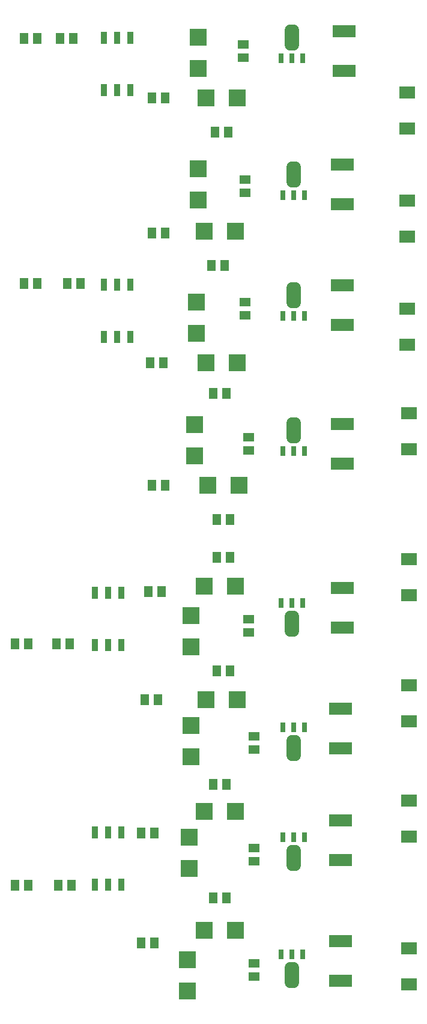
<source format=gtp>
G75*
%MOIN*%
%OFA0B0*%
%FSLAX25Y25*%
%IPPOS*%
%LPD*%
%AMOC8*
5,1,8,0,0,1.08239X$1,22.5*
%
%ADD10R,0.05118X0.05906*%
%ADD11R,0.03500X0.06600*%
%ADD12R,0.12598X0.07087*%
%ADD13R,0.03150X0.05512*%
%ADD14C,0.06000*%
%ADD15R,0.08661X0.07087*%
%ADD16R,0.09449X0.09449*%
%ADD17R,0.05906X0.05118*%
D10*
X0151060Y0113800D03*
X0158540Y0113800D03*
X0175060Y0113800D03*
X0182540Y0113800D03*
X0221060Y0142800D03*
X0228540Y0142800D03*
X0261060Y0169800D03*
X0268540Y0169800D03*
X0230540Y0216800D03*
X0223060Y0216800D03*
X0225060Y0276800D03*
X0232540Y0276800D03*
X0263060Y0295800D03*
X0270540Y0295800D03*
X0270540Y0316800D03*
X0263060Y0316800D03*
X0234540Y0335800D03*
X0227060Y0335800D03*
X0261060Y0386800D03*
X0268540Y0386800D03*
X0233540Y0403800D03*
X0226060Y0403800D03*
X0187540Y0447800D03*
X0180060Y0447800D03*
X0163540Y0447800D03*
X0156060Y0447800D03*
X0227060Y0475800D03*
X0234540Y0475800D03*
X0260060Y0457800D03*
X0267540Y0457800D03*
X0269540Y0531800D03*
X0262060Y0531800D03*
X0234540Y0550800D03*
X0227060Y0550800D03*
X0183540Y0583800D03*
X0176060Y0583800D03*
X0163540Y0583800D03*
X0156060Y0583800D03*
X0158540Y0247800D03*
X0151060Y0247800D03*
X0174060Y0247800D03*
X0181540Y0247800D03*
X0263060Y0232800D03*
X0270540Y0232800D03*
X0268540Y0106800D03*
X0261060Y0106800D03*
X0228540Y0081800D03*
X0221060Y0081800D03*
D11*
X0210100Y0114250D03*
X0202800Y0114250D03*
X0195500Y0114250D03*
X0195500Y0143350D03*
X0202800Y0143350D03*
X0210100Y0143350D03*
X0210100Y0247250D03*
X0202800Y0247250D03*
X0195500Y0247250D03*
X0195500Y0276350D03*
X0202800Y0276350D03*
X0210100Y0276350D03*
X0207800Y0418250D03*
X0200500Y0418250D03*
X0215100Y0418250D03*
X0215100Y0447350D03*
X0207800Y0447350D03*
X0200500Y0447350D03*
X0200500Y0555250D03*
X0207800Y0555250D03*
X0215100Y0555250D03*
X0215100Y0584350D03*
X0207800Y0584350D03*
X0200500Y0584350D03*
D12*
X0333800Y0587824D03*
X0333800Y0565776D03*
X0332800Y0513824D03*
X0332800Y0491776D03*
X0332800Y0446824D03*
X0332800Y0424776D03*
X0332800Y0369824D03*
X0332800Y0347776D03*
X0332800Y0278824D03*
X0332800Y0256776D03*
X0331800Y0211824D03*
X0331800Y0189776D03*
X0331800Y0149824D03*
X0331800Y0127776D03*
X0331800Y0082824D03*
X0331800Y0060776D03*
D13*
X0310702Y0075599D03*
X0304800Y0075595D03*
X0298898Y0075599D03*
X0299898Y0140599D03*
X0305800Y0140595D03*
X0311702Y0140599D03*
X0311702Y0201599D03*
X0305800Y0201595D03*
X0299898Y0201599D03*
X0298898Y0270599D03*
X0304800Y0270595D03*
X0310702Y0270599D03*
X0311702Y0355001D03*
X0305800Y0355005D03*
X0299898Y0355001D03*
X0299898Y0430001D03*
X0305800Y0430005D03*
X0311702Y0430001D03*
X0311702Y0497001D03*
X0305800Y0497005D03*
X0299898Y0497001D03*
X0298898Y0573001D03*
X0304800Y0573005D03*
X0310702Y0573001D03*
D14*
X0305800Y0580316D02*
X0303800Y0580316D01*
X0303800Y0588686D01*
X0305800Y0588686D01*
X0305800Y0580316D01*
X0305800Y0586315D02*
X0303800Y0586315D01*
X0304800Y0504316D02*
X0306800Y0504316D01*
X0304800Y0504316D02*
X0304800Y0512686D01*
X0306800Y0512686D01*
X0306800Y0504316D01*
X0306800Y0510315D02*
X0304800Y0510315D01*
X0304800Y0437316D02*
X0306800Y0437316D01*
X0304800Y0437316D02*
X0304800Y0445686D01*
X0306800Y0445686D01*
X0306800Y0437316D01*
X0306800Y0443315D02*
X0304800Y0443315D01*
X0304800Y0362316D02*
X0306800Y0362316D01*
X0304800Y0362316D02*
X0304800Y0370686D01*
X0306800Y0370686D01*
X0306800Y0362316D01*
X0306800Y0368315D02*
X0304800Y0368315D01*
X0303800Y0263284D02*
X0305800Y0263284D01*
X0305800Y0254914D01*
X0303800Y0254914D01*
X0303800Y0263284D01*
X0303800Y0260913D02*
X0305800Y0260913D01*
X0304800Y0194284D02*
X0306800Y0194284D01*
X0306800Y0185914D01*
X0304800Y0185914D01*
X0304800Y0194284D01*
X0304800Y0191913D02*
X0306800Y0191913D01*
X0306800Y0133284D02*
X0304800Y0133284D01*
X0306800Y0133284D02*
X0306800Y0124914D01*
X0304800Y0124914D01*
X0304800Y0133284D01*
X0304800Y0130913D02*
X0306800Y0130913D01*
X0305800Y0068284D02*
X0303800Y0068284D01*
X0305800Y0068284D02*
X0305800Y0059914D01*
X0303800Y0059914D01*
X0303800Y0068284D01*
X0303800Y0065913D02*
X0305800Y0065913D01*
D15*
X0369800Y0058761D03*
X0369800Y0078839D03*
X0369800Y0140761D03*
X0369800Y0160839D03*
X0369800Y0204761D03*
X0369800Y0224839D03*
X0369800Y0274761D03*
X0369800Y0294839D03*
X0369800Y0355761D03*
X0369800Y0375839D03*
X0368800Y0413761D03*
X0368800Y0433839D03*
X0368800Y0473761D03*
X0368800Y0493839D03*
X0368800Y0533761D03*
X0368800Y0553839D03*
D16*
X0274461Y0550800D03*
X0257139Y0550800D03*
X0252800Y0567139D03*
X0252800Y0584461D03*
X0252800Y0511461D03*
X0252800Y0494139D03*
X0256139Y0476800D03*
X0273461Y0476800D03*
X0251800Y0437461D03*
X0251800Y0420139D03*
X0257139Y0403800D03*
X0274461Y0403800D03*
X0250800Y0369461D03*
X0250800Y0352139D03*
X0258139Y0335800D03*
X0275461Y0335800D03*
X0273461Y0279800D03*
X0256139Y0279800D03*
X0248800Y0263461D03*
X0248800Y0246139D03*
X0257139Y0216800D03*
X0248800Y0202461D03*
X0248800Y0185139D03*
X0256139Y0154800D03*
X0247800Y0140461D03*
X0247800Y0123139D03*
X0256139Y0088800D03*
X0246800Y0072461D03*
X0246800Y0055139D03*
X0273461Y0088800D03*
X0273461Y0154800D03*
X0274461Y0216800D03*
D17*
X0283800Y0196540D03*
X0283800Y0189060D03*
X0283800Y0134540D03*
X0283800Y0127060D03*
X0283800Y0070540D03*
X0283800Y0063060D03*
X0280800Y0254060D03*
X0280800Y0261540D03*
X0280800Y0355060D03*
X0280800Y0362540D03*
X0278800Y0430060D03*
X0278800Y0437540D03*
X0278800Y0498060D03*
X0278800Y0505540D03*
X0277800Y0573060D03*
X0277800Y0580540D03*
M02*

</source>
